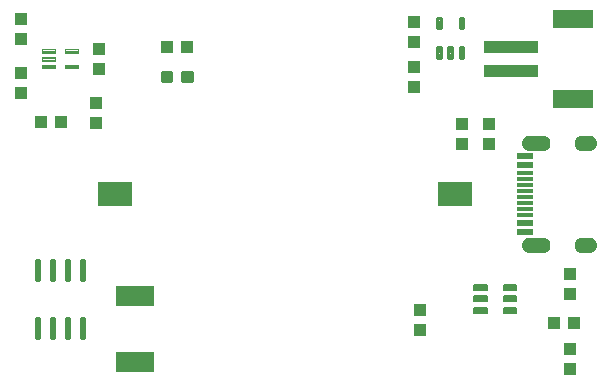
<source format=gtp>
G75*
%MOIN*%
%OFA0B0*%
%FSLAX25Y25*%
%IPPOS*%
%LPD*%
%AMOC8*
5,1,8,0,0,1.08239X$1,22.5*
%
%ADD10R,0.03937X0.04331*%
%ADD11C,0.01181*%
%ADD12R,0.18110X0.03937*%
%ADD13R,0.13386X0.06299*%
%ADD14R,0.05709X0.01181*%
%ADD15R,0.05709X0.02362*%
%ADD16R,0.05709X0.02165*%
%ADD17C,0.00039*%
%ADD18C,0.01122*%
%ADD19R,0.04331X0.03937*%
%ADD20R,0.12598X0.07087*%
%ADD21C,0.00394*%
%ADD22C,0.01161*%
%ADD23R,0.11811X0.07874*%
%ADD24C,0.00571*%
D10*
X0029973Y0090000D03*
X0036666Y0090000D03*
X0023320Y0099654D03*
X0023320Y0106346D03*
X0049320Y0107654D03*
X0049320Y0114346D03*
X0071973Y0115000D03*
X0078666Y0115000D03*
X0154320Y0116654D03*
X0154320Y0123346D03*
X0154320Y0108346D03*
X0154320Y0101654D03*
X0206320Y0039346D03*
X0206320Y0032654D03*
X0207666Y0023000D03*
X0200973Y0023000D03*
X0156320Y0020654D03*
X0156320Y0027346D03*
D11*
X0080151Y0103622D02*
X0080151Y0106378D01*
X0080151Y0103622D02*
X0077395Y0103622D01*
X0077395Y0106378D01*
X0080151Y0106378D01*
X0080151Y0104802D02*
X0077395Y0104802D01*
X0077395Y0105982D02*
X0080151Y0105982D01*
X0073245Y0106378D02*
X0073245Y0103622D01*
X0070489Y0103622D01*
X0070489Y0106378D01*
X0073245Y0106378D01*
X0073245Y0104802D02*
X0070489Y0104802D01*
X0070489Y0105982D02*
X0073245Y0105982D01*
D12*
X0186753Y0107063D03*
X0186753Y0114937D03*
D13*
X0207225Y0124386D03*
X0207225Y0097614D03*
D14*
X0191320Y0072890D03*
X0191320Y0070921D03*
X0191320Y0068953D03*
X0191320Y0066984D03*
X0191320Y0065016D03*
X0191320Y0063047D03*
X0191320Y0061079D03*
X0191320Y0059110D03*
D15*
X0191320Y0053303D03*
X0191320Y0078697D03*
D16*
X0191320Y0075646D03*
X0191320Y0056354D03*
D17*
X0192076Y0051278D02*
X0191602Y0051091D01*
X0191182Y0050803D01*
X0190836Y0050429D01*
X0190581Y0049987D01*
X0190432Y0049500D01*
X0190395Y0048992D01*
X0190421Y0048547D01*
X0190534Y0048115D01*
X0190729Y0047714D01*
X0190998Y0047358D01*
X0191332Y0047062D01*
X0191716Y0046837D01*
X0192138Y0046691D01*
X0192580Y0046630D01*
X0197304Y0046630D01*
X0197803Y0046711D01*
X0198271Y0046900D01*
X0198686Y0047189D01*
X0199026Y0047563D01*
X0199274Y0048003D01*
X0199417Y0048488D01*
X0199450Y0048992D01*
X0199417Y0049496D01*
X0199274Y0049981D01*
X0199026Y0050421D01*
X0198686Y0050795D01*
X0198271Y0051084D01*
X0197803Y0051274D01*
X0197304Y0051354D01*
X0192580Y0051354D01*
X0192076Y0051278D01*
X0192053Y0051269D02*
X0197816Y0051269D01*
X0197909Y0051231D02*
X0191957Y0051231D01*
X0191861Y0051193D02*
X0198003Y0051193D01*
X0198096Y0051155D02*
X0191765Y0051155D01*
X0191669Y0051117D02*
X0198190Y0051117D01*
X0198278Y0051079D02*
X0191585Y0051079D01*
X0191530Y0051041D02*
X0198333Y0051041D01*
X0198387Y0051003D02*
X0191474Y0051003D01*
X0191419Y0050966D02*
X0198441Y0050966D01*
X0198496Y0050928D02*
X0191364Y0050928D01*
X0191308Y0050890D02*
X0198550Y0050890D01*
X0198604Y0050852D02*
X0191253Y0050852D01*
X0191198Y0050814D02*
X0198659Y0050814D01*
X0198703Y0050776D02*
X0191157Y0050776D01*
X0191122Y0050738D02*
X0198737Y0050738D01*
X0198772Y0050700D02*
X0191087Y0050700D01*
X0191052Y0050663D02*
X0198806Y0050663D01*
X0198841Y0050625D02*
X0191016Y0050625D01*
X0190981Y0050587D02*
X0198875Y0050587D01*
X0198910Y0050549D02*
X0190946Y0050549D01*
X0190911Y0050511D02*
X0198944Y0050511D01*
X0198978Y0050473D02*
X0190876Y0050473D01*
X0190841Y0050435D02*
X0199013Y0050435D01*
X0199039Y0050397D02*
X0190817Y0050397D01*
X0190796Y0050359D02*
X0199060Y0050359D01*
X0199082Y0050322D02*
X0190774Y0050322D01*
X0190752Y0050284D02*
X0199103Y0050284D01*
X0199124Y0050246D02*
X0190730Y0050246D01*
X0190708Y0050208D02*
X0199146Y0050208D01*
X0199167Y0050170D02*
X0190687Y0050170D01*
X0190665Y0050132D02*
X0199188Y0050132D01*
X0199210Y0050094D02*
X0190643Y0050094D01*
X0190621Y0050056D02*
X0199231Y0050056D01*
X0199252Y0050019D02*
X0190599Y0050019D01*
X0190579Y0049981D02*
X0199274Y0049981D01*
X0199285Y0049943D02*
X0190568Y0049943D01*
X0190556Y0049905D02*
X0199296Y0049905D01*
X0199307Y0049867D02*
X0190545Y0049867D01*
X0190533Y0049829D02*
X0199319Y0049829D01*
X0199330Y0049791D02*
X0190521Y0049791D01*
X0190510Y0049753D02*
X0199341Y0049753D01*
X0199352Y0049715D02*
X0190498Y0049715D01*
X0190486Y0049678D02*
X0199364Y0049678D01*
X0199375Y0049640D02*
X0190475Y0049640D01*
X0190463Y0049602D02*
X0199386Y0049602D01*
X0199397Y0049564D02*
X0190452Y0049564D01*
X0190440Y0049526D02*
X0199409Y0049526D01*
X0199418Y0049488D02*
X0190431Y0049488D01*
X0190428Y0049450D02*
X0199420Y0049450D01*
X0199423Y0049412D02*
X0190426Y0049412D01*
X0190423Y0049375D02*
X0199425Y0049375D01*
X0199428Y0049337D02*
X0190420Y0049337D01*
X0190417Y0049299D02*
X0199430Y0049299D01*
X0199433Y0049261D02*
X0190414Y0049261D01*
X0190412Y0049223D02*
X0199435Y0049223D01*
X0199437Y0049185D02*
X0190409Y0049185D01*
X0190406Y0049147D02*
X0199440Y0049147D01*
X0199442Y0049109D02*
X0190403Y0049109D01*
X0190401Y0049071D02*
X0199445Y0049071D01*
X0199447Y0049034D02*
X0190398Y0049034D01*
X0190395Y0048996D02*
X0199450Y0048996D01*
X0199448Y0048958D02*
X0190397Y0048958D01*
X0190399Y0048920D02*
X0199445Y0048920D01*
X0199443Y0048882D02*
X0190401Y0048882D01*
X0190404Y0048844D02*
X0199440Y0048844D01*
X0199438Y0048806D02*
X0190406Y0048806D01*
X0190408Y0048768D02*
X0199436Y0048768D01*
X0199433Y0048731D02*
X0190410Y0048731D01*
X0190413Y0048693D02*
X0199431Y0048693D01*
X0199428Y0048655D02*
X0190415Y0048655D01*
X0190417Y0048617D02*
X0199426Y0048617D01*
X0199423Y0048579D02*
X0190419Y0048579D01*
X0190423Y0048541D02*
X0199421Y0048541D01*
X0199418Y0048503D02*
X0190433Y0048503D01*
X0190442Y0048465D02*
X0199411Y0048465D01*
X0199400Y0048428D02*
X0190452Y0048428D01*
X0190462Y0048390D02*
X0199388Y0048390D01*
X0199377Y0048352D02*
X0190472Y0048352D01*
X0190482Y0048314D02*
X0199366Y0048314D01*
X0199355Y0048276D02*
X0190492Y0048276D01*
X0190502Y0048238D02*
X0199343Y0048238D01*
X0199332Y0048200D02*
X0190512Y0048200D01*
X0190522Y0048162D02*
X0199321Y0048162D01*
X0199310Y0048124D02*
X0190532Y0048124D01*
X0190548Y0048087D02*
X0199298Y0048087D01*
X0199287Y0048049D02*
X0190566Y0048049D01*
X0190585Y0048011D02*
X0199276Y0048011D01*
X0199256Y0047973D02*
X0190603Y0047973D01*
X0190621Y0047935D02*
X0199235Y0047935D01*
X0199214Y0047897D02*
X0190640Y0047897D01*
X0190658Y0047859D02*
X0199192Y0047859D01*
X0199171Y0047821D02*
X0190677Y0047821D01*
X0190695Y0047784D02*
X0199150Y0047784D01*
X0199128Y0047746D02*
X0190713Y0047746D01*
X0190733Y0047708D02*
X0199107Y0047708D01*
X0199086Y0047670D02*
X0190762Y0047670D01*
X0190791Y0047632D02*
X0199064Y0047632D01*
X0199043Y0047594D02*
X0190820Y0047594D01*
X0190848Y0047556D02*
X0199019Y0047556D01*
X0198985Y0047518D02*
X0190877Y0047518D01*
X0190906Y0047480D02*
X0198951Y0047480D01*
X0198916Y0047443D02*
X0190934Y0047443D01*
X0190963Y0047405D02*
X0198882Y0047405D01*
X0198847Y0047367D02*
X0190992Y0047367D01*
X0191031Y0047329D02*
X0198813Y0047329D01*
X0198778Y0047291D02*
X0191074Y0047291D01*
X0191117Y0047253D02*
X0198744Y0047253D01*
X0198710Y0047215D02*
X0191159Y0047215D01*
X0191202Y0047177D02*
X0198669Y0047177D01*
X0198615Y0047140D02*
X0191245Y0047140D01*
X0191287Y0047102D02*
X0198560Y0047102D01*
X0198506Y0047064D02*
X0191330Y0047064D01*
X0191394Y0047026D02*
X0198452Y0047026D01*
X0198397Y0046988D02*
X0191458Y0046988D01*
X0191523Y0046950D02*
X0198343Y0046950D01*
X0198289Y0046912D02*
X0191588Y0046912D01*
X0191652Y0046874D02*
X0198208Y0046874D01*
X0198114Y0046836D02*
X0191718Y0046836D01*
X0191827Y0046799D02*
X0198021Y0046799D01*
X0197927Y0046761D02*
X0191936Y0046761D01*
X0192046Y0046723D02*
X0197834Y0046723D01*
X0197645Y0046685D02*
X0192181Y0046685D01*
X0192455Y0046647D02*
X0197410Y0046647D01*
X0197600Y0051306D02*
X0192266Y0051306D01*
X0192514Y0051344D02*
X0197366Y0051344D01*
X0207883Y0049455D02*
X0208020Y0049899D01*
X0208241Y0050308D01*
X0208537Y0050667D01*
X0208898Y0050960D01*
X0209309Y0051178D01*
X0209755Y0051311D01*
X0210218Y0051354D01*
X0212580Y0051354D01*
X0213039Y0051307D01*
X0213479Y0051172D01*
X0213885Y0050952D01*
X0214240Y0050658D01*
X0214531Y0050301D01*
X0214747Y0049893D01*
X0214879Y0049451D01*
X0214922Y0048992D01*
X0214866Y0048468D01*
X0214694Y0047970D01*
X0214415Y0047523D01*
X0214044Y0047149D01*
X0213599Y0046867D01*
X0213103Y0046691D01*
X0212580Y0046630D01*
X0210218Y0046630D01*
X0209690Y0046687D01*
X0209187Y0046861D01*
X0208737Y0047141D01*
X0208359Y0047515D01*
X0208075Y0047964D01*
X0207897Y0048465D01*
X0214864Y0048465D01*
X0214869Y0048503D02*
X0207893Y0048503D01*
X0207888Y0048541D02*
X0214873Y0048541D01*
X0214878Y0048579D02*
X0207884Y0048579D01*
X0207880Y0048617D02*
X0214882Y0048617D01*
X0214886Y0048655D02*
X0207875Y0048655D01*
X0207871Y0048693D02*
X0214890Y0048693D01*
X0214894Y0048731D02*
X0207866Y0048731D01*
X0207862Y0048768D02*
X0214898Y0048768D01*
X0214902Y0048806D02*
X0207857Y0048806D01*
X0207853Y0048844D02*
X0214906Y0048844D01*
X0214910Y0048882D02*
X0207849Y0048882D01*
X0207844Y0048920D02*
X0214914Y0048920D01*
X0214919Y0048958D02*
X0207840Y0048958D01*
X0207836Y0048992D02*
X0207883Y0049455D01*
X0207883Y0049450D02*
X0214879Y0049450D01*
X0214883Y0049412D02*
X0207879Y0049412D01*
X0207875Y0049375D02*
X0214886Y0049375D01*
X0214890Y0049337D02*
X0207871Y0049337D01*
X0207867Y0049299D02*
X0214893Y0049299D01*
X0214897Y0049261D02*
X0207863Y0049261D01*
X0207859Y0049223D02*
X0214901Y0049223D01*
X0214904Y0049185D02*
X0207856Y0049185D01*
X0207852Y0049147D02*
X0214908Y0049147D01*
X0214911Y0049109D02*
X0207848Y0049109D01*
X0207844Y0049071D02*
X0214915Y0049071D01*
X0214918Y0049034D02*
X0207840Y0049034D01*
X0207836Y0048996D02*
X0214922Y0048996D01*
X0214868Y0049488D02*
X0207894Y0049488D01*
X0207905Y0049526D02*
X0214857Y0049526D01*
X0214845Y0049564D02*
X0207917Y0049564D01*
X0207928Y0049602D02*
X0214834Y0049602D01*
X0214823Y0049640D02*
X0207940Y0049640D01*
X0207952Y0049678D02*
X0214811Y0049678D01*
X0214800Y0049715D02*
X0207963Y0049715D01*
X0207975Y0049753D02*
X0214789Y0049753D01*
X0214777Y0049791D02*
X0207987Y0049791D01*
X0207998Y0049829D02*
X0214766Y0049829D01*
X0214755Y0049867D02*
X0208010Y0049867D01*
X0208023Y0049905D02*
X0214741Y0049905D01*
X0214721Y0049943D02*
X0208044Y0049943D01*
X0208064Y0049981D02*
X0214701Y0049981D01*
X0214681Y0050019D02*
X0208084Y0050019D01*
X0208105Y0050056D02*
X0214661Y0050056D01*
X0214641Y0050094D02*
X0208125Y0050094D01*
X0208146Y0050132D02*
X0214620Y0050132D01*
X0214600Y0050170D02*
X0208166Y0050170D01*
X0208187Y0050208D02*
X0214580Y0050208D01*
X0214560Y0050246D02*
X0208207Y0050246D01*
X0208228Y0050284D02*
X0214540Y0050284D01*
X0214514Y0050322D02*
X0208252Y0050322D01*
X0208283Y0050359D02*
X0214484Y0050359D01*
X0214453Y0050397D02*
X0208315Y0050397D01*
X0208346Y0050435D02*
X0214422Y0050435D01*
X0214391Y0050473D02*
X0208377Y0050473D01*
X0208409Y0050511D02*
X0214360Y0050511D01*
X0214329Y0050549D02*
X0208440Y0050549D01*
X0208471Y0050587D02*
X0214299Y0050587D01*
X0214268Y0050625D02*
X0208503Y0050625D01*
X0208534Y0050663D02*
X0214235Y0050663D01*
X0214190Y0050700D02*
X0208579Y0050700D01*
X0208626Y0050738D02*
X0214144Y0050738D01*
X0214098Y0050776D02*
X0208672Y0050776D01*
X0208719Y0050814D02*
X0214052Y0050814D01*
X0214006Y0050852D02*
X0208765Y0050852D01*
X0208812Y0050890D02*
X0213961Y0050890D01*
X0213915Y0050928D02*
X0208858Y0050928D01*
X0208909Y0050966D02*
X0213861Y0050966D01*
X0213791Y0051003D02*
X0208980Y0051003D01*
X0209052Y0051041D02*
X0213720Y0051041D01*
X0213650Y0051079D02*
X0209123Y0051079D01*
X0209195Y0051117D02*
X0213580Y0051117D01*
X0213510Y0051155D02*
X0209266Y0051155D01*
X0209360Y0051193D02*
X0213410Y0051193D01*
X0213287Y0051231D02*
X0209487Y0051231D01*
X0209614Y0051269D02*
X0213164Y0051269D01*
X0213041Y0051306D02*
X0209741Y0051306D01*
X0210112Y0051344D02*
X0212677Y0051344D01*
X0214851Y0048428D02*
X0207911Y0048428D01*
X0207897Y0048465D02*
X0207836Y0048992D01*
X0207924Y0048390D02*
X0214838Y0048390D01*
X0214825Y0048352D02*
X0207937Y0048352D01*
X0207951Y0048314D02*
X0214812Y0048314D01*
X0214799Y0048276D02*
X0207964Y0048276D01*
X0207978Y0048238D02*
X0214786Y0048238D01*
X0214773Y0048200D02*
X0207991Y0048200D01*
X0208005Y0048162D02*
X0214760Y0048162D01*
X0214747Y0048124D02*
X0208018Y0048124D01*
X0208031Y0048087D02*
X0214734Y0048087D01*
X0214721Y0048049D02*
X0208045Y0048049D01*
X0208058Y0048011D02*
X0214708Y0048011D01*
X0214694Y0047973D02*
X0208072Y0047973D01*
X0208093Y0047935D02*
X0214672Y0047935D01*
X0214648Y0047897D02*
X0208117Y0047897D01*
X0208141Y0047859D02*
X0214624Y0047859D01*
X0214601Y0047821D02*
X0208165Y0047821D01*
X0208189Y0047784D02*
X0214577Y0047784D01*
X0214554Y0047746D02*
X0208213Y0047746D01*
X0208237Y0047708D02*
X0214530Y0047708D01*
X0214506Y0047670D02*
X0208261Y0047670D01*
X0208285Y0047632D02*
X0214483Y0047632D01*
X0214459Y0047594D02*
X0208309Y0047594D01*
X0208333Y0047556D02*
X0214436Y0047556D01*
X0214410Y0047518D02*
X0208357Y0047518D01*
X0208395Y0047480D02*
X0214373Y0047480D01*
X0214335Y0047443D02*
X0208433Y0047443D01*
X0208471Y0047405D02*
X0214298Y0047405D01*
X0214260Y0047367D02*
X0208509Y0047367D01*
X0208547Y0047329D02*
X0214223Y0047329D01*
X0214185Y0047291D02*
X0208585Y0047291D01*
X0208624Y0047253D02*
X0214147Y0047253D01*
X0214110Y0047215D02*
X0208662Y0047215D01*
X0208700Y0047177D02*
X0214072Y0047177D01*
X0214029Y0047140D02*
X0208739Y0047140D01*
X0208800Y0047102D02*
X0213969Y0047102D01*
X0213910Y0047064D02*
X0208861Y0047064D01*
X0208922Y0047026D02*
X0213850Y0047026D01*
X0213790Y0046988D02*
X0208983Y0046988D01*
X0209044Y0046950D02*
X0213730Y0046950D01*
X0213671Y0046912D02*
X0209104Y0046912D01*
X0209165Y0046874D02*
X0213611Y0046874D01*
X0213513Y0046836D02*
X0209257Y0046836D01*
X0209367Y0046799D02*
X0213406Y0046799D01*
X0213299Y0046761D02*
X0209477Y0046761D01*
X0209586Y0046723D02*
X0213193Y0046723D01*
X0213051Y0046685D02*
X0209710Y0046685D01*
X0210059Y0046647D02*
X0212727Y0046647D01*
X0212580Y0080646D02*
X0210218Y0080646D01*
X0209690Y0080703D01*
X0209187Y0080876D01*
X0208737Y0081157D01*
X0214032Y0081157D01*
X0214044Y0081165D02*
X0213599Y0080883D01*
X0213103Y0080707D01*
X0212580Y0080646D01*
X0212742Y0080665D02*
X0210043Y0080665D01*
X0209694Y0080702D02*
X0213066Y0080702D01*
X0213197Y0080740D02*
X0209581Y0080740D01*
X0209472Y0080778D02*
X0213304Y0080778D01*
X0213411Y0080816D02*
X0209362Y0080816D01*
X0209252Y0080854D02*
X0213518Y0080854D01*
X0213614Y0080892D02*
X0209162Y0080892D01*
X0209102Y0080930D02*
X0213673Y0080930D01*
X0213733Y0080968D02*
X0209041Y0080968D01*
X0208980Y0081006D02*
X0213793Y0081006D01*
X0213853Y0081043D02*
X0208919Y0081043D01*
X0208858Y0081081D02*
X0213912Y0081081D01*
X0213972Y0081119D02*
X0208797Y0081119D01*
X0208737Y0081157D02*
X0208359Y0081531D01*
X0208075Y0081980D01*
X0207897Y0082480D01*
X0207836Y0083008D01*
X0207883Y0083470D01*
X0208020Y0083915D01*
X0208241Y0084324D01*
X0208537Y0084682D01*
X0208898Y0084976D01*
X0209309Y0085193D01*
X0209755Y0085326D01*
X0210218Y0085370D01*
X0212580Y0085370D01*
X0213039Y0085323D01*
X0213479Y0085187D01*
X0213885Y0084968D01*
X0214240Y0084674D01*
X0214531Y0084316D01*
X0214747Y0083909D01*
X0214879Y0083467D01*
X0214922Y0083008D01*
X0214866Y0082484D01*
X0214694Y0081986D01*
X0214415Y0081539D01*
X0214044Y0081165D01*
X0214074Y0081195D02*
X0208698Y0081195D01*
X0208660Y0081233D02*
X0214112Y0081233D01*
X0214149Y0081271D02*
X0208622Y0081271D01*
X0208584Y0081309D02*
X0214187Y0081309D01*
X0214224Y0081346D02*
X0208546Y0081346D01*
X0208507Y0081384D02*
X0214262Y0081384D01*
X0214299Y0081422D02*
X0208469Y0081422D01*
X0208431Y0081460D02*
X0214337Y0081460D01*
X0214375Y0081498D02*
X0208393Y0081498D01*
X0208356Y0081536D02*
X0214412Y0081536D01*
X0214437Y0081574D02*
X0208332Y0081574D01*
X0208308Y0081612D02*
X0214460Y0081612D01*
X0214484Y0081649D02*
X0208284Y0081649D01*
X0208260Y0081687D02*
X0214508Y0081687D01*
X0214531Y0081725D02*
X0208236Y0081725D01*
X0208212Y0081763D02*
X0214555Y0081763D01*
X0214578Y0081801D02*
X0208188Y0081801D01*
X0208164Y0081839D02*
X0214602Y0081839D01*
X0214625Y0081877D02*
X0208140Y0081877D01*
X0208116Y0081915D02*
X0214649Y0081915D01*
X0214673Y0081953D02*
X0208092Y0081953D01*
X0208071Y0081990D02*
X0214695Y0081990D01*
X0214708Y0082028D02*
X0208058Y0082028D01*
X0208044Y0082066D02*
X0214721Y0082066D01*
X0214734Y0082104D02*
X0208031Y0082104D01*
X0208017Y0082142D02*
X0214747Y0082142D01*
X0214760Y0082180D02*
X0208004Y0082180D01*
X0207990Y0082218D02*
X0214774Y0082218D01*
X0214787Y0082256D02*
X0207977Y0082256D01*
X0207964Y0082293D02*
X0214800Y0082293D01*
X0214813Y0082331D02*
X0207950Y0082331D01*
X0207937Y0082369D02*
X0214826Y0082369D01*
X0214839Y0082407D02*
X0207923Y0082407D01*
X0207910Y0082445D02*
X0214852Y0082445D01*
X0214865Y0082483D02*
X0207897Y0082483D01*
X0207893Y0082521D02*
X0214870Y0082521D01*
X0214874Y0082559D02*
X0207888Y0082559D01*
X0207884Y0082597D02*
X0214878Y0082597D01*
X0214882Y0082634D02*
X0207879Y0082634D01*
X0207875Y0082672D02*
X0214886Y0082672D01*
X0214890Y0082710D02*
X0207871Y0082710D01*
X0207866Y0082748D02*
X0214894Y0082748D01*
X0214898Y0082786D02*
X0207862Y0082786D01*
X0207857Y0082824D02*
X0214902Y0082824D01*
X0214906Y0082862D02*
X0207853Y0082862D01*
X0207848Y0082900D02*
X0214911Y0082900D01*
X0214915Y0082937D02*
X0207844Y0082937D01*
X0207840Y0082975D02*
X0214919Y0082975D01*
X0214922Y0083013D02*
X0207836Y0083013D01*
X0207840Y0083051D02*
X0214918Y0083051D01*
X0214915Y0083089D02*
X0207844Y0083089D01*
X0207848Y0083127D02*
X0214911Y0083127D01*
X0214908Y0083165D02*
X0207852Y0083165D01*
X0207856Y0083203D02*
X0214904Y0083203D01*
X0214900Y0083241D02*
X0207860Y0083241D01*
X0207863Y0083278D02*
X0214897Y0083278D01*
X0214893Y0083316D02*
X0207867Y0083316D01*
X0207871Y0083354D02*
X0214890Y0083354D01*
X0214886Y0083392D02*
X0207875Y0083392D01*
X0207879Y0083430D02*
X0214883Y0083430D01*
X0214879Y0083468D02*
X0207883Y0083468D01*
X0207894Y0083506D02*
X0214867Y0083506D01*
X0214856Y0083544D02*
X0207906Y0083544D01*
X0207917Y0083581D02*
X0214845Y0083581D01*
X0214834Y0083619D02*
X0207929Y0083619D01*
X0207941Y0083657D02*
X0214822Y0083657D01*
X0214811Y0083695D02*
X0207952Y0083695D01*
X0207964Y0083733D02*
X0214800Y0083733D01*
X0214788Y0083771D02*
X0207976Y0083771D01*
X0207987Y0083809D02*
X0214777Y0083809D01*
X0214766Y0083847D02*
X0207999Y0083847D01*
X0208011Y0083884D02*
X0214754Y0083884D01*
X0214740Y0083922D02*
X0208024Y0083922D01*
X0208045Y0083960D02*
X0214720Y0083960D01*
X0214700Y0083998D02*
X0208065Y0083998D01*
X0208085Y0084036D02*
X0214680Y0084036D01*
X0214660Y0084074D02*
X0208106Y0084074D01*
X0208126Y0084112D02*
X0214640Y0084112D01*
X0214620Y0084150D02*
X0208147Y0084150D01*
X0208167Y0084188D02*
X0214600Y0084188D01*
X0214579Y0084225D02*
X0208188Y0084225D01*
X0208208Y0084263D02*
X0214559Y0084263D01*
X0214539Y0084301D02*
X0208229Y0084301D01*
X0208253Y0084339D02*
X0214513Y0084339D01*
X0214482Y0084377D02*
X0208285Y0084377D01*
X0208316Y0084415D02*
X0214451Y0084415D01*
X0214420Y0084453D02*
X0208347Y0084453D01*
X0208379Y0084491D02*
X0214390Y0084491D01*
X0214359Y0084528D02*
X0208410Y0084528D01*
X0208441Y0084566D02*
X0214328Y0084566D01*
X0214297Y0084604D02*
X0208473Y0084604D01*
X0208504Y0084642D02*
X0214266Y0084642D01*
X0214233Y0084680D02*
X0208536Y0084680D01*
X0208581Y0084718D02*
X0214187Y0084718D01*
X0214142Y0084756D02*
X0208628Y0084756D01*
X0208674Y0084794D02*
X0214096Y0084794D01*
X0214050Y0084832D02*
X0208721Y0084832D01*
X0208767Y0084869D02*
X0214004Y0084869D01*
X0213959Y0084907D02*
X0208814Y0084907D01*
X0208860Y0084945D02*
X0213913Y0084945D01*
X0213857Y0084983D02*
X0208912Y0084983D01*
X0208983Y0085021D02*
X0213787Y0085021D01*
X0213717Y0085059D02*
X0209055Y0085059D01*
X0209127Y0085097D02*
X0213647Y0085097D01*
X0213577Y0085135D02*
X0209198Y0085135D01*
X0209270Y0085172D02*
X0213507Y0085172D01*
X0213404Y0085210D02*
X0209366Y0085210D01*
X0209493Y0085248D02*
X0213281Y0085248D01*
X0213158Y0085286D02*
X0209620Y0085286D01*
X0209747Y0085324D02*
X0213028Y0085324D01*
X0212660Y0085362D02*
X0210131Y0085362D01*
X0199417Y0083512D02*
X0199450Y0083008D01*
X0199417Y0082504D01*
X0199274Y0082019D01*
X0199026Y0081579D01*
X0198686Y0081205D01*
X0198271Y0080916D01*
X0197803Y0080726D01*
X0197304Y0080646D01*
X0192580Y0080646D01*
X0192138Y0080707D01*
X0191716Y0080853D01*
X0191332Y0081078D01*
X0190998Y0081374D01*
X0190729Y0081730D01*
X0190534Y0082131D01*
X0190421Y0082563D01*
X0190395Y0083008D01*
X0190432Y0083516D01*
X0190581Y0084003D01*
X0190836Y0084445D01*
X0191182Y0084819D01*
X0191602Y0085106D01*
X0192076Y0085293D01*
X0192580Y0085370D01*
X0197304Y0085370D01*
X0197803Y0085289D01*
X0198271Y0085100D01*
X0198686Y0084811D01*
X0199026Y0084437D01*
X0199274Y0083997D01*
X0199417Y0083512D01*
X0199418Y0083506D02*
X0190431Y0083506D01*
X0190429Y0083468D02*
X0199420Y0083468D01*
X0199423Y0083430D02*
X0190426Y0083430D01*
X0190423Y0083392D02*
X0199425Y0083392D01*
X0199428Y0083354D02*
X0190420Y0083354D01*
X0190417Y0083316D02*
X0199430Y0083316D01*
X0199432Y0083278D02*
X0190415Y0083278D01*
X0190412Y0083241D02*
X0199435Y0083241D01*
X0199437Y0083203D02*
X0190409Y0083203D01*
X0190406Y0083165D02*
X0199440Y0083165D01*
X0199442Y0083127D02*
X0190403Y0083127D01*
X0190401Y0083089D02*
X0199445Y0083089D01*
X0199447Y0083051D02*
X0190398Y0083051D01*
X0190395Y0083013D02*
X0199450Y0083013D01*
X0199448Y0082975D02*
X0190397Y0082975D01*
X0190399Y0082937D02*
X0199445Y0082937D01*
X0199443Y0082900D02*
X0190401Y0082900D01*
X0190403Y0082862D02*
X0199440Y0082862D01*
X0199438Y0082824D02*
X0190406Y0082824D01*
X0190408Y0082786D02*
X0199436Y0082786D01*
X0199433Y0082748D02*
X0190410Y0082748D01*
X0190412Y0082710D02*
X0199431Y0082710D01*
X0199428Y0082672D02*
X0190415Y0082672D01*
X0190417Y0082634D02*
X0199426Y0082634D01*
X0199423Y0082597D02*
X0190419Y0082597D01*
X0190422Y0082559D02*
X0199421Y0082559D01*
X0199419Y0082521D02*
X0190432Y0082521D01*
X0190442Y0082483D02*
X0199411Y0082483D01*
X0199400Y0082445D02*
X0190452Y0082445D01*
X0190462Y0082407D02*
X0199389Y0082407D01*
X0199378Y0082369D02*
X0190472Y0082369D01*
X0190482Y0082331D02*
X0199366Y0082331D01*
X0199355Y0082293D02*
X0190491Y0082293D01*
X0190501Y0082256D02*
X0199344Y0082256D01*
X0199333Y0082218D02*
X0190511Y0082218D01*
X0190521Y0082180D02*
X0199321Y0082180D01*
X0199310Y0082142D02*
X0190531Y0082142D01*
X0190547Y0082104D02*
X0199299Y0082104D01*
X0199288Y0082066D02*
X0190565Y0082066D01*
X0190584Y0082028D02*
X0199276Y0082028D01*
X0199257Y0081990D02*
X0190602Y0081990D01*
X0190621Y0081953D02*
X0199236Y0081953D01*
X0199215Y0081915D02*
X0190639Y0081915D01*
X0190657Y0081877D02*
X0199193Y0081877D01*
X0199172Y0081839D02*
X0190676Y0081839D01*
X0190694Y0081801D02*
X0199151Y0081801D01*
X0199129Y0081763D02*
X0190713Y0081763D01*
X0190732Y0081725D02*
X0199108Y0081725D01*
X0199087Y0081687D02*
X0190761Y0081687D01*
X0190790Y0081649D02*
X0199065Y0081649D01*
X0199044Y0081612D02*
X0190818Y0081612D01*
X0190847Y0081574D02*
X0199021Y0081574D01*
X0198987Y0081536D02*
X0190876Y0081536D01*
X0190904Y0081498D02*
X0198952Y0081498D01*
X0198918Y0081460D02*
X0190933Y0081460D01*
X0190962Y0081422D02*
X0198883Y0081422D01*
X0198849Y0081384D02*
X0190990Y0081384D01*
X0191029Y0081346D02*
X0198814Y0081346D01*
X0198780Y0081309D02*
X0191072Y0081309D01*
X0191115Y0081271D02*
X0198746Y0081271D01*
X0198711Y0081233D02*
X0191157Y0081233D01*
X0191200Y0081195D02*
X0198672Y0081195D01*
X0198617Y0081157D02*
X0191243Y0081157D01*
X0191285Y0081119D02*
X0198563Y0081119D01*
X0198509Y0081081D02*
X0191328Y0081081D01*
X0191391Y0081043D02*
X0198454Y0081043D01*
X0198400Y0081006D02*
X0191455Y0081006D01*
X0191520Y0080968D02*
X0198346Y0080968D01*
X0198291Y0080930D02*
X0191585Y0080930D01*
X0191649Y0080892D02*
X0198212Y0080892D01*
X0198119Y0080854D02*
X0191714Y0080854D01*
X0191822Y0080816D02*
X0198025Y0080816D01*
X0197931Y0080778D02*
X0191931Y0080778D01*
X0192041Y0080740D02*
X0197838Y0080740D01*
X0197656Y0080702D02*
X0192168Y0080702D01*
X0192443Y0080665D02*
X0197421Y0080665D01*
X0199408Y0083544D02*
X0190440Y0083544D01*
X0190452Y0083581D02*
X0199397Y0083581D01*
X0199386Y0083619D02*
X0190464Y0083619D01*
X0190475Y0083657D02*
X0199374Y0083657D01*
X0199363Y0083695D02*
X0190487Y0083695D01*
X0190499Y0083733D02*
X0199352Y0083733D01*
X0199341Y0083771D02*
X0190510Y0083771D01*
X0190522Y0083809D02*
X0199329Y0083809D01*
X0199318Y0083847D02*
X0190533Y0083847D01*
X0190545Y0083884D02*
X0199307Y0083884D01*
X0199296Y0083922D02*
X0190557Y0083922D01*
X0190568Y0083960D02*
X0199284Y0083960D01*
X0199273Y0083998D02*
X0190580Y0083998D01*
X0190600Y0084036D02*
X0199251Y0084036D01*
X0199230Y0084074D02*
X0190622Y0084074D01*
X0190644Y0084112D02*
X0199209Y0084112D01*
X0199187Y0084150D02*
X0190666Y0084150D01*
X0190688Y0084188D02*
X0199166Y0084188D01*
X0199145Y0084225D02*
X0190709Y0084225D01*
X0190731Y0084263D02*
X0199123Y0084263D01*
X0199102Y0084301D02*
X0190753Y0084301D01*
X0190775Y0084339D02*
X0199081Y0084339D01*
X0199059Y0084377D02*
X0190797Y0084377D01*
X0190818Y0084415D02*
X0199038Y0084415D01*
X0199011Y0084453D02*
X0190843Y0084453D01*
X0190878Y0084491D02*
X0198977Y0084491D01*
X0198942Y0084528D02*
X0190913Y0084528D01*
X0190948Y0084566D02*
X0198908Y0084566D01*
X0198874Y0084604D02*
X0190983Y0084604D01*
X0191018Y0084642D02*
X0198839Y0084642D01*
X0198805Y0084680D02*
X0191053Y0084680D01*
X0191088Y0084718D02*
X0198770Y0084718D01*
X0198736Y0084756D02*
X0191123Y0084756D01*
X0191158Y0084794D02*
X0198701Y0084794D01*
X0198656Y0084832D02*
X0191200Y0084832D01*
X0191256Y0084869D02*
X0198602Y0084869D01*
X0198548Y0084907D02*
X0191311Y0084907D01*
X0191366Y0084945D02*
X0198493Y0084945D01*
X0198439Y0084983D02*
X0191422Y0084983D01*
X0191477Y0085021D02*
X0198385Y0085021D01*
X0198330Y0085059D02*
X0191532Y0085059D01*
X0191588Y0085097D02*
X0198276Y0085097D01*
X0198186Y0085135D02*
X0191673Y0085135D01*
X0191769Y0085172D02*
X0198092Y0085172D01*
X0197999Y0085210D02*
X0191866Y0085210D01*
X0191962Y0085248D02*
X0197905Y0085248D01*
X0197811Y0085286D02*
X0192058Y0085286D01*
X0192277Y0085324D02*
X0197589Y0085324D01*
X0197355Y0085362D02*
X0192526Y0085362D01*
D18*
X0029381Y0024573D02*
X0029381Y0017939D01*
X0028259Y0017939D01*
X0028259Y0024573D01*
X0029381Y0024573D01*
X0029381Y0019060D02*
X0028259Y0019060D01*
X0028259Y0020181D02*
X0029381Y0020181D01*
X0029381Y0021302D02*
X0028259Y0021302D01*
X0028259Y0022423D02*
X0029381Y0022423D01*
X0029381Y0023544D02*
X0028259Y0023544D01*
X0034381Y0024573D02*
X0034381Y0017939D01*
X0033259Y0017939D01*
X0033259Y0024573D01*
X0034381Y0024573D01*
X0034381Y0019060D02*
X0033259Y0019060D01*
X0033259Y0020181D02*
X0034381Y0020181D01*
X0034381Y0021302D02*
X0033259Y0021302D01*
X0033259Y0022423D02*
X0034381Y0022423D01*
X0034381Y0023544D02*
X0033259Y0023544D01*
X0039381Y0024573D02*
X0039381Y0017939D01*
X0038259Y0017939D01*
X0038259Y0024573D01*
X0039381Y0024573D01*
X0039381Y0019060D02*
X0038259Y0019060D01*
X0038259Y0020181D02*
X0039381Y0020181D01*
X0039381Y0021302D02*
X0038259Y0021302D01*
X0038259Y0022423D02*
X0039381Y0022423D01*
X0039381Y0023544D02*
X0038259Y0023544D01*
X0044381Y0024573D02*
X0044381Y0017939D01*
X0043259Y0017939D01*
X0043259Y0024573D01*
X0044381Y0024573D01*
X0044381Y0019060D02*
X0043259Y0019060D01*
X0043259Y0020181D02*
X0044381Y0020181D01*
X0044381Y0021302D02*
X0043259Y0021302D01*
X0043259Y0022423D02*
X0044381Y0022423D01*
X0044381Y0023544D02*
X0043259Y0023544D01*
X0044381Y0037427D02*
X0044381Y0044061D01*
X0044381Y0037427D02*
X0043259Y0037427D01*
X0043259Y0044061D01*
X0044381Y0044061D01*
X0044381Y0038548D02*
X0043259Y0038548D01*
X0043259Y0039669D02*
X0044381Y0039669D01*
X0044381Y0040790D02*
X0043259Y0040790D01*
X0043259Y0041911D02*
X0044381Y0041911D01*
X0044381Y0043032D02*
X0043259Y0043032D01*
X0039381Y0044061D02*
X0039381Y0037427D01*
X0038259Y0037427D01*
X0038259Y0044061D01*
X0039381Y0044061D01*
X0039381Y0038548D02*
X0038259Y0038548D01*
X0038259Y0039669D02*
X0039381Y0039669D01*
X0039381Y0040790D02*
X0038259Y0040790D01*
X0038259Y0041911D02*
X0039381Y0041911D01*
X0039381Y0043032D02*
X0038259Y0043032D01*
X0034381Y0044061D02*
X0034381Y0037427D01*
X0033259Y0037427D01*
X0033259Y0044061D01*
X0034381Y0044061D01*
X0034381Y0038548D02*
X0033259Y0038548D01*
X0033259Y0039669D02*
X0034381Y0039669D01*
X0034381Y0040790D02*
X0033259Y0040790D01*
X0033259Y0041911D02*
X0034381Y0041911D01*
X0034381Y0043032D02*
X0033259Y0043032D01*
X0029381Y0044061D02*
X0029381Y0037427D01*
X0028259Y0037427D01*
X0028259Y0044061D01*
X0029381Y0044061D01*
X0029381Y0038548D02*
X0028259Y0038548D01*
X0028259Y0039669D02*
X0029381Y0039669D01*
X0029381Y0040790D02*
X0028259Y0040790D01*
X0028259Y0041911D02*
X0029381Y0041911D01*
X0029381Y0043032D02*
X0028259Y0043032D01*
D19*
X0048320Y0089654D03*
X0048320Y0096346D03*
X0023320Y0117654D03*
X0023320Y0124346D03*
X0170320Y0089346D03*
X0179320Y0089346D03*
X0179320Y0082654D03*
X0170320Y0082654D03*
X0206320Y0014346D03*
X0206320Y0007654D03*
D20*
X0061320Y0009976D03*
X0061320Y0032024D03*
D21*
X0042244Y0107851D02*
X0037954Y0107851D01*
X0037954Y0109031D01*
X0042244Y0109031D01*
X0042244Y0107851D01*
X0042244Y0108244D02*
X0037954Y0108244D01*
X0037954Y0108637D02*
X0042244Y0108637D01*
X0042244Y0109030D02*
X0037954Y0109030D01*
X0034685Y0107851D02*
X0030395Y0107851D01*
X0030395Y0109031D01*
X0034685Y0109031D01*
X0034685Y0107851D01*
X0034685Y0108244D02*
X0030395Y0108244D01*
X0030395Y0108637D02*
X0034685Y0108637D01*
X0034685Y0109030D02*
X0030395Y0109030D01*
X0030395Y0110410D02*
X0034685Y0110410D01*
X0030395Y0110410D02*
X0030395Y0111590D01*
X0034685Y0111590D01*
X0034685Y0110410D01*
X0034685Y0110803D02*
X0030395Y0110803D01*
X0030395Y0111196D02*
X0034685Y0111196D01*
X0034685Y0111589D02*
X0030395Y0111589D01*
X0030395Y0112969D02*
X0034685Y0112969D01*
X0030395Y0112969D02*
X0030395Y0114149D01*
X0034685Y0114149D01*
X0034685Y0112969D01*
X0034685Y0113362D02*
X0030395Y0113362D01*
X0030395Y0113755D02*
X0034685Y0113755D01*
X0034685Y0114148D02*
X0030395Y0114148D01*
X0037954Y0112969D02*
X0042244Y0112969D01*
X0037954Y0112969D02*
X0037954Y0114149D01*
X0042244Y0114149D01*
X0042244Y0112969D01*
X0042244Y0113362D02*
X0037954Y0113362D01*
X0037954Y0113755D02*
X0042244Y0113755D01*
X0042244Y0114148D02*
X0037954Y0114148D01*
D22*
X0163161Y0114861D02*
X0163161Y0111257D01*
X0161999Y0111257D01*
X0161999Y0114861D01*
X0163161Y0114861D01*
X0163161Y0112417D02*
X0161999Y0112417D01*
X0161999Y0113577D02*
X0163161Y0113577D01*
X0163161Y0114737D02*
X0161999Y0114737D01*
X0166901Y0114861D02*
X0166901Y0111257D01*
X0165739Y0111257D01*
X0165739Y0114861D01*
X0166901Y0114861D01*
X0166901Y0112417D02*
X0165739Y0112417D01*
X0165739Y0113577D02*
X0166901Y0113577D01*
X0166901Y0114737D02*
X0165739Y0114737D01*
X0170641Y0114861D02*
X0170641Y0111257D01*
X0169479Y0111257D01*
X0169479Y0114861D01*
X0170641Y0114861D01*
X0170641Y0112417D02*
X0169479Y0112417D01*
X0169479Y0113577D02*
X0170641Y0113577D01*
X0170641Y0114737D02*
X0169479Y0114737D01*
X0170641Y0121139D02*
X0170641Y0124743D01*
X0170641Y0121139D02*
X0169479Y0121139D01*
X0169479Y0124743D01*
X0170641Y0124743D01*
X0170641Y0122299D02*
X0169479Y0122299D01*
X0169479Y0123459D02*
X0170641Y0123459D01*
X0170641Y0124619D02*
X0169479Y0124619D01*
X0163161Y0124743D02*
X0163161Y0121139D01*
X0161999Y0121139D01*
X0161999Y0124743D01*
X0163161Y0124743D01*
X0163161Y0122299D02*
X0161999Y0122299D01*
X0161999Y0123459D02*
X0163161Y0123459D01*
X0163161Y0124619D02*
X0161999Y0124619D01*
D23*
X0168113Y0066058D03*
X0054527Y0065942D03*
D24*
X0174282Y0033884D02*
X0178476Y0033884D01*
X0174282Y0033884D02*
X0174282Y0035596D01*
X0178476Y0035596D01*
X0178476Y0033884D01*
X0178476Y0034454D02*
X0174282Y0034454D01*
X0174282Y0035024D02*
X0178476Y0035024D01*
X0178476Y0035594D02*
X0174282Y0035594D01*
X0174282Y0030144D02*
X0178476Y0030144D01*
X0174282Y0030144D02*
X0174282Y0031856D01*
X0178476Y0031856D01*
X0178476Y0030144D01*
X0178476Y0030714D02*
X0174282Y0030714D01*
X0174282Y0031284D02*
X0178476Y0031284D01*
X0178476Y0031854D02*
X0174282Y0031854D01*
X0174282Y0026404D02*
X0178476Y0026404D01*
X0174282Y0026404D02*
X0174282Y0028116D01*
X0178476Y0028116D01*
X0178476Y0026404D01*
X0178476Y0026974D02*
X0174282Y0026974D01*
X0174282Y0027544D02*
X0178476Y0027544D01*
X0178476Y0028114D02*
X0174282Y0028114D01*
X0184164Y0026404D02*
X0188358Y0026404D01*
X0184164Y0026404D02*
X0184164Y0028116D01*
X0188358Y0028116D01*
X0188358Y0026404D01*
X0188358Y0026974D02*
X0184164Y0026974D01*
X0184164Y0027544D02*
X0188358Y0027544D01*
X0188358Y0028114D02*
X0184164Y0028114D01*
X0184164Y0030144D02*
X0188358Y0030144D01*
X0184164Y0030144D02*
X0184164Y0031856D01*
X0188358Y0031856D01*
X0188358Y0030144D01*
X0188358Y0030714D02*
X0184164Y0030714D01*
X0184164Y0031284D02*
X0188358Y0031284D01*
X0188358Y0031854D02*
X0184164Y0031854D01*
X0184164Y0033884D02*
X0188358Y0033884D01*
X0184164Y0033884D02*
X0184164Y0035596D01*
X0188358Y0035596D01*
X0188358Y0033884D01*
X0188358Y0034454D02*
X0184164Y0034454D01*
X0184164Y0035024D02*
X0188358Y0035024D01*
X0188358Y0035594D02*
X0184164Y0035594D01*
M02*

</source>
